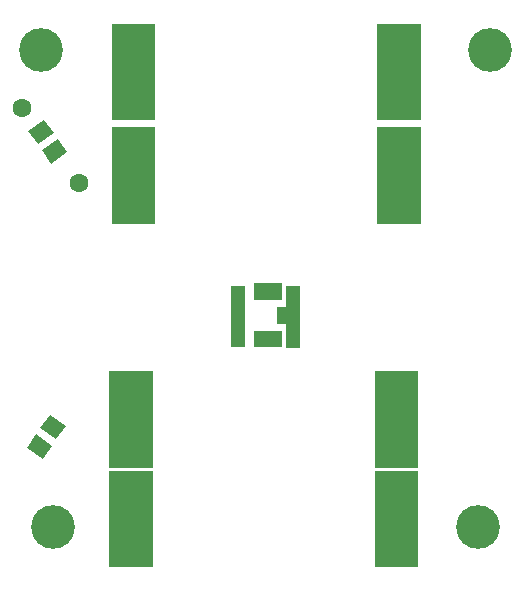
<source format=gts>
G04 Layer: TopSolderMaskLayer*
G04 EasyEDA v6.3.22, 2020-01-22T11:07:26+01:00*
G04 244eb897874448418918cfb691dafd7b,6ac03ef627a24f5ab7c901ca926ad83b,10*
G04 Gerber Generator version 0.2*
G04 Scale: 100 percent, Rotated: No, Reflected: No *
G04 Dimensions in millimeters *
G04 leading zeros omitted , absolute positions ,3 integer and 3 decimal *
%FSLAX33Y33*%
%MOMM*%
G90*
G71D02*

%ADD35C,3.703193*%
%ADD36C,1.603197*%

%LPD*%
G36*
G01X20048Y22367D02*
G01X20048Y27571D01*
G01X21252Y27571D01*
G01X21252Y22367D01*
G01X20048Y22367D01*
G37*
G36*
G01X24696Y22311D02*
G01X24696Y27513D01*
G01X25897Y27513D01*
G01X25897Y22311D01*
G01X24696Y22311D01*
G37*
G54D35*
G01X3999Y47499D03*
G01X41999Y47499D03*
G01X40999Y7140D03*
G01X4999Y7140D03*
G54D36*
G01X7199Y36240D03*
G01X2369Y42650D03*
G36*
G01X9959Y41559D02*
G01X9959Y49761D01*
G01X13662Y49761D01*
G01X13662Y41559D01*
G01X9959Y41559D01*
G37*
G36*
G01X32458Y41559D02*
G01X32458Y49761D01*
G01X36161Y49761D01*
G01X36161Y41559D01*
G01X32458Y41559D01*
G37*
G36*
G01X9969Y32829D02*
G01X9969Y41031D01*
G01X13670Y41031D01*
G01X13670Y32829D01*
G01X9969Y32829D01*
G37*
G36*
G01X32468Y32829D02*
G01X32468Y41031D01*
G01X36172Y41031D01*
G01X36172Y32829D01*
G01X32468Y32829D01*
G37*
G36*
G01X9738Y3708D02*
G01X9738Y11912D01*
G01X13441Y11912D01*
G01X13441Y3708D01*
G01X9738Y3708D01*
G37*
G36*
G01X32237Y3708D02*
G01X32237Y11912D01*
G01X35941Y11912D01*
G01X35941Y3708D01*
G01X32237Y3708D01*
G37*
G36*
G01X9738Y12138D02*
G01X9738Y20340D01*
G01X13441Y20340D01*
G01X13441Y12138D01*
G01X9738Y12138D01*
G37*
G36*
G01X32237Y12138D02*
G01X32237Y20340D01*
G01X35941Y20340D01*
G01X35941Y12138D01*
G01X32237Y12138D01*
G37*
G36*
G01X21988Y22349D02*
G01X21988Y23751D01*
G01X24391Y23751D01*
G01X24391Y22349D01*
G01X21988Y22349D01*
G37*
G36*
G01X23987Y24297D02*
G01X23987Y25801D01*
G01X25491Y25801D01*
G01X25491Y24297D01*
G01X23987Y24297D01*
G37*
G36*
G01X21988Y26350D02*
G01X21988Y27752D01*
G01X24391Y27752D01*
G01X24391Y26350D01*
G01X21988Y26350D01*
G37*
G36*
G01X4109Y12913D02*
G01X2755Y13860D01*
G01X3538Y14978D01*
G01X4892Y14028D01*
G01X4109Y12913D01*
G37*
G36*
G01X5275Y14577D02*
G01X3921Y15524D01*
G01X4704Y16642D01*
G01X6057Y15694D01*
G01X5275Y14577D01*
G37*
G36*
G01X4853Y37896D02*
G01X4071Y39014D01*
G01X5425Y39961D01*
G01X6207Y38846D01*
G01X4853Y37896D01*
G37*
G36*
G01X3688Y39563D02*
G01X2905Y40678D01*
G01X4259Y41628D01*
G01X5041Y40510D01*
G01X3688Y39563D01*
G37*
M00*
M02*

</source>
